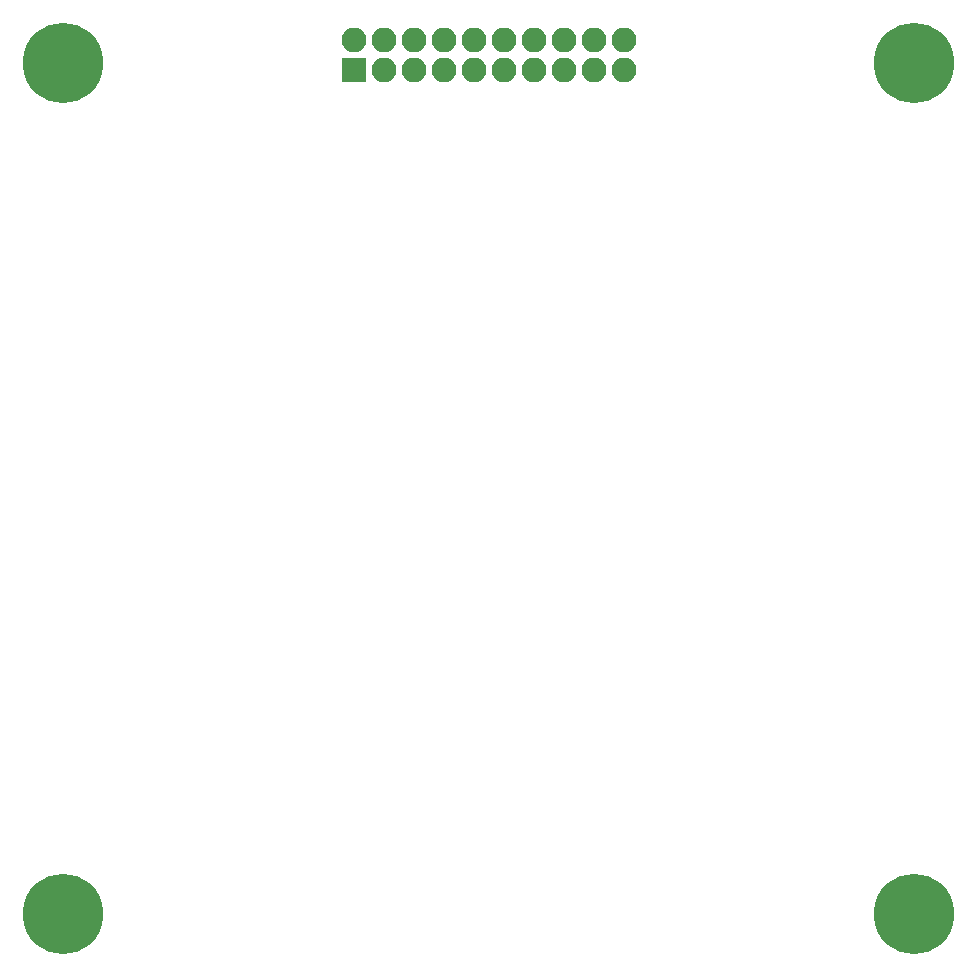
<source format=gbr>
G04 #@! TF.GenerationSoftware,KiCad,Pcbnew,(5.0.0)*
G04 #@! TF.CreationDate,2019-04-05T11:11:38-04:00*
G04 #@! TF.ProjectId,Radio Board,526164696F20426F6172642E6B696361,rev?*
G04 #@! TF.SameCoordinates,Original*
G04 #@! TF.FileFunction,Soldermask,Bot*
G04 #@! TF.FilePolarity,Negative*
%FSLAX46Y46*%
G04 Gerber Fmt 4.6, Leading zero omitted, Abs format (unit mm)*
G04 Created by KiCad (PCBNEW (5.0.0)) date 04/05/19 11:11:38*
%MOMM*%
%LPD*%
G01*
G04 APERTURE LIST*
%ADD10C,6.800000*%
%ADD11O,2.100000X2.100000*%
%ADD12R,2.100000X2.100000*%
G04 APERTURE END LIST*
D10*
G04 #@! TO.C,REF\002A\002A*
X5000000Y-77000000D03*
G04 #@! TD*
G04 #@! TO.C,REF\002A\002A*
X5000000Y-5000000D03*
G04 #@! TD*
G04 #@! TO.C,REF\002A\002A*
X77000000Y-77000000D03*
G04 #@! TD*
G04 #@! TO.C,REF\002A\002A*
X77000000Y-5000000D03*
G04 #@! TD*
D11*
G04 #@! TO.C,J1*
X52430000Y-3000000D03*
X52430000Y-5540000D03*
X49890000Y-3000000D03*
X49890000Y-5540000D03*
X47350000Y-3000000D03*
X47350000Y-5540000D03*
X44810000Y-3000000D03*
X44810000Y-5540000D03*
X42270000Y-3000000D03*
X42270000Y-5540000D03*
X39730000Y-3000000D03*
X39730000Y-5540000D03*
X37190000Y-3000000D03*
X37190000Y-5540000D03*
X34650000Y-3000000D03*
X34650000Y-5540000D03*
X32110000Y-3000000D03*
X32110000Y-5540000D03*
X29570000Y-3000000D03*
D12*
X29570000Y-5540000D03*
G04 #@! TD*
M02*

</source>
